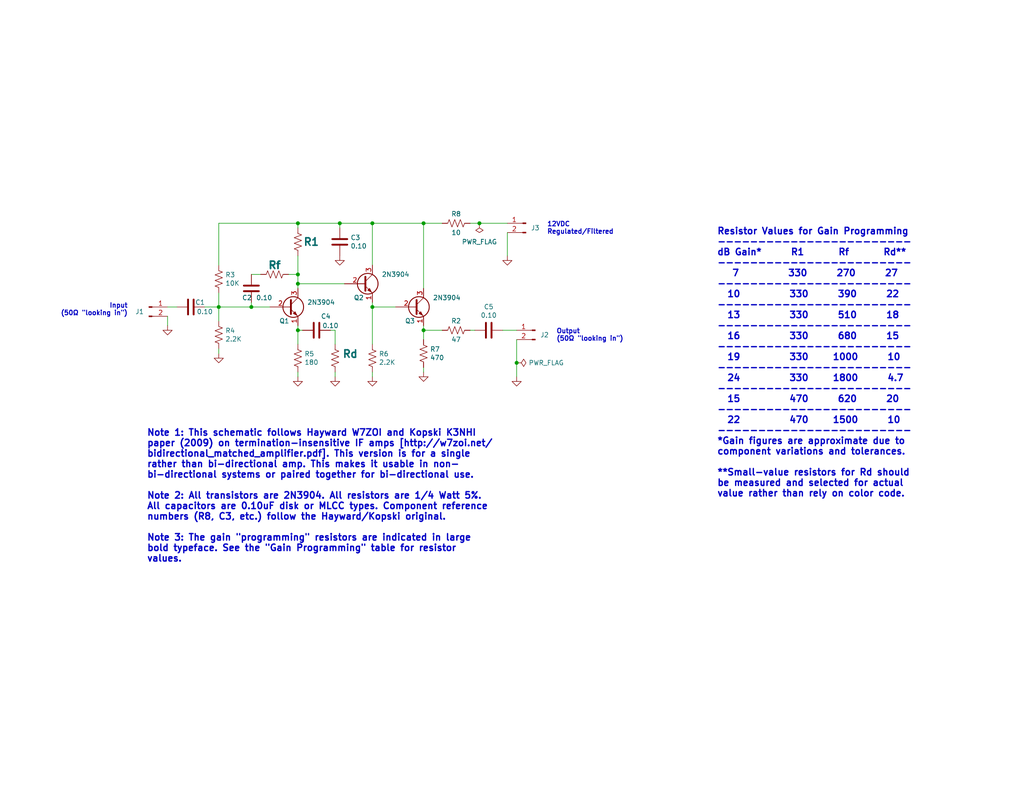
<source format=kicad_sch>
(kicad_sch (version 20211123) (generator eeschema)
  (paper "USLetter")
  (title_block (title "PG-TIA Programable Termination Insensitive\\n                 IF Amplifier") (date "2022-03-30") (rev "B"))
  (lib_symbols
    (symbol "Connector:Conn_01x02_Male" (pin_names (offset 1.016) hide)
      (property "Reference" "J" (at 0 2.54 0))
      (property "Value" "Conn_01x02_Male" (at 0 -5.08 0))
      (symbol "Conn_01x02_Male_1_1"
        (polyline (pts (xy 1.27 -2.54) (xy 0.8636 -2.54)) (stroke (width 0.1524)))
        (polyline (pts (xy 1.27 0) (xy 0.8636 0)) (stroke (width 0.1524)))
        (rectangle (start 0.8636 -2.413) (end 0 -2.667) (stroke (width 0.1524)) (fill (type outline)))
        (rectangle (start 0.8636 0.127) (end 0 -0.127) (stroke (width 0.1524)) (fill (type outline)))
        (pin passive line (at 5.08 0 180) (length 3.81) (name "Pin_1") (number "1"))
        (pin passive line (at 5.08 -2.54 180) (length 3.81) (name "Pin_2") (number "2"))
      )
    )
    (symbol "Device:C" (pin_numbers hide) (pin_names (offset 0.254))
      (property "Reference" "C" (at 0.635 2.54 0))
      (property "Value" "C" (at 0.635 -2.54 0))
      (symbol "C_0_1"
        (polyline (pts (xy -2.032 -0.762) (xy 2.032 -0.762)) (stroke (width 0.508)))
        (polyline (pts (xy -2.032 0.762) (xy 2.032 0.762)) (stroke (width 0.508)))
      )
      (symbol "C_1_1"
        (pin passive line (at 0 3.81 270) (length 2.794) (name "~") (number "1"))
        (pin passive line (at 0 -3.81 90) (length 2.794) (name "~") (number "2"))
      )
    )
    (symbol "Device:R_US" (pin_numbers hide) (pin_names (offset 0))
      (property "Reference" "R" (at 2.54 0 90))
      (property "Value" "R_US" (at -2.54 0 90))
      (symbol "R_US_0_1"
        (polyline (pts (xy 0 -2.286) (xy 0 -2.54)))
        (polyline (pts (xy 0 2.286) (xy 0 2.54)))
        (polyline (pts (xy 0 -0.762) (xy 1.016 -1.143) (xy 0 -1.524) (xy -1.016 -1.905) (xy 0 -2.286)))
        (polyline (pts (xy 0 0.762) (xy 1.016 0.381) (xy 0 0) (xy -1.016 -0.381) (xy 0 -0.762)))
        (polyline (pts (xy 0 2.286) (xy 1.016 1.905) (xy 0 1.524) (xy -1.016 1.143) (xy 0 0.762)))
      )
      (symbol "R_US_1_1"
        (pin passive line (at 0 3.81 270) (length 1.27) (name "~") (number "1"))
        (pin passive line (at 0 -3.81 90) (length 1.27) (name "~") (number "2"))
      )
    )
    (symbol "Transistor_BJT:2N3904" (pin_names (offset 0) hide)
      (property "Reference" "Q" (at 5.08 1.905 0))
      (property "Value" "2N3904" (at 5.08 0 0))
      (symbol "2N3904_0_1"
        (polyline (pts (xy 0.635 0.635) (xy 2.54 2.54)))
        (polyline (pts (xy 0.635 -0.635) (xy 2.54 -2.54) (xy 2.54 -2.54)))
        (polyline (pts (xy 0.635 1.905) (xy 0.635 -1.905) (xy 0.635 -1.905)) (stroke (width 0.508)))
        (polyline (pts (xy 1.27 -1.778) (xy 1.778 -1.27) (xy 2.286 -2.286) (xy 1.27 -1.778) (xy 1.27 -1.778)) (fill (type outline)))
        (circle (center 1.27 0) (radius 2.8194) (stroke (width 0.254)))
      )
      (symbol "2N3904_1_1"
        (pin passive line (at 2.54 -5.08 90) (length 2.54) (name "E") (number "1"))
        (pin passive line (at -5.08 0 0) (length 5.715) (name "B") (number "2"))
        (pin passive line (at 2.54 5.08 270) (length 2.54) (name "C") (number "3"))
      )
    )
    (symbol "power:GND" (power) (pin_names (offset 0))
      (property "Value" "GND" (at 0 -3.81 0))
      (symbol "GND_0_1"
        (polyline (pts (xy 0 0) (xy 0 -1.27) (xy 1.27 -1.27) (xy 0 -2.54) (xy -1.27 -1.27) (xy 0 -1.27)))
      )
      (symbol "GND_1_1"
        (pin power_in line (at 0 0 270) (length 0) hide (name "GND") (number "1"))
      )
    )
    (symbol "power:PWR_FLAG" (power) (pin_numbers hide) (pin_names (offset 0) hide)
      (property "Value" "PWR_FLAG" (at 0 3.81 0))
      (symbol "PWR_FLAG_0_0"
        (pin power_out line (at 0 0 90) (length 0) (name "pwr") (number "1"))
      )
      (symbol "PWR_FLAG_0_1"
        (polyline (pts (xy 0 0) (xy 0 1.27) (xy -1.016 1.905) (xy 0 2.54) (xy 1.016 1.905) (xy 0 1.27)))
      )
    )
  )
  (junction (at 68.58 83.82))
  (junction (at 81.28 60.96))
  (junction (at 115.57 90.17))
  (junction (at 92.71 60.96))
  (junction (at 81.28 90.17))
  (junction (at 115.57 60.96))
  (junction (at 140.97 99.06))
  (junction (at 101.6 60.96))
  (junction (at 81.28 74.93))
  (junction (at 59.69 83.82))
  (junction (at 130.81 60.96))
  (junction (at 81.28 77.47))
  (junction (at 101.6 83.82))
  (wire (pts (xy 81.28 60.96) (xy 59.69 60.96)))
  (wire (pts (xy 115.57 88.9) (xy 115.57 90.17)))
  (wire (pts (xy 115.57 78.74) (xy 115.57 60.96)))
  (wire (pts (xy 101.6 101.6) (xy 101.6 102.87)))
  (wire (pts (xy 137.16 90.17) (xy 140.97 90.17)))
  (wire (pts (xy 81.28 77.47) (xy 81.28 78.74)))
  (wire (pts (xy 115.57 100.33) (xy 115.57 101.6)))
  (wire (pts (xy 59.69 60.96) (xy 59.69 72.39)))
  (wire (pts (xy 73.66 83.82) (xy 68.58 83.82)))
  (wire (pts (xy 91.44 101.6) (xy 91.44 102.87)))
  (wire (pts (xy 138.43 63.5) (xy 138.43 69.85)))
  (wire (pts (xy 59.69 95.25) (xy 59.69 96.52)))
  (wire (pts (xy 129.54 90.17) (xy 128.27 90.17)))
  (wire (pts (xy 107.95 83.82) (xy 101.6 83.82)))
  (wire (pts (xy 81.28 90.17) (xy 81.28 93.98)))
  (wire (pts (xy 130.81 60.96) (xy 138.43 60.96)))
  (wire (pts (xy 101.6 60.96) (xy 92.71 60.96)))
  (wire (pts (xy 90.17 90.17) (xy 91.44 90.17)))
  (wire (pts (xy 101.6 60.96) (xy 115.57 60.96)))
  (wire (pts (xy 93.98 77.47) (xy 81.28 77.47)))
  (wire (pts (xy 91.44 90.17) (xy 91.44 93.98)))
  (wire (pts (xy 101.6 72.39) (xy 101.6 60.96)))
  (wire (pts (xy 101.6 82.55) (xy 101.6 83.82)))
  (wire (pts (xy 82.55 90.17) (xy 81.28 90.17)))
  (wire (pts (xy 45.72 86.36) (xy 45.72 88.9)))
  (wire (pts (xy 81.28 101.6) (xy 81.28 102.87)))
  (wire (pts (xy 120.65 60.96) (xy 115.57 60.96)))
  (wire (pts (xy 92.71 60.96) (xy 81.28 60.96)))
  (wire (pts (xy 59.69 80.01) (xy 59.69 83.82)))
  (wire (pts (xy 81.28 88.9) (xy 81.28 90.17)))
  (wire (pts (xy 59.69 83.82) (xy 59.69 87.63)))
  (wire (pts (xy 81.28 62.23) (xy 81.28 60.96)))
  (wire (pts (xy 48.26 83.82) (xy 45.72 83.82)))
  (wire (pts (xy 101.6 83.82) (xy 101.6 93.98)))
  (wire (pts (xy 68.58 82.55) (xy 68.58 83.82)))
  (wire (pts (xy 81.28 74.93) (xy 81.28 77.47)))
  (wire (pts (xy 140.97 92.71) (xy 140.97 99.06)))
  (wire (pts (xy 115.57 90.17) (xy 115.57 92.71)))
  (wire (pts (xy 71.12 74.93) (xy 68.58 74.93)))
  (wire (pts (xy 128.27 60.96) (xy 130.81 60.96)))
  (wire (pts (xy 92.71 62.23) (xy 92.71 60.96)))
  (wire (pts (xy 78.74 74.93) (xy 81.28 74.93)))
  (wire (pts (xy 59.69 83.82) (xy 55.88 83.82)))
  (wire (pts (xy 59.69 83.82) (xy 68.58 83.82)))
  (wire (pts (xy 140.97 99.06) (xy 140.97 102.87)))
  (wire (pts (xy 81.28 69.85) (xy 81.28 74.93)))
  (wire (pts (xy 120.65 90.17) (xy 115.57 90.17)))
  (text "Note 1: This schematic follows Hayward W7ZOI and Kopski K3NHI\npaper (2009) on termination-insensitive IF amps [http://w7zoi.net/\nbidirectional_matched_amplifier.pdf]. This version is for a single\nrather than bi-directional amp. This makes it usable in non-\nbi-directional systems or paired together for bi-directional use.\n\nNote 2: All transistors are 2N3904. All resistors are 1/4 Watt 5%.\nAll capacitors are 0.10uF disk or MLCC types. Component reference\nnumbers (R8, C3, etc.) follow the Hayward/Kopski original.\n\nNote 3: The gain \"programming\" resistors are indicated in large\nbold typeface. See the \"Gain Programming\" table for resistor \nvalues." (at 40.005 153.67 0) (effects (font (size 1.778 1.778) (thickness 0.3556) bold) (justify left bottom)))
  (text "Output\n(50Ω \"looking in\")" (at 151.765 93.345 0) (effects (font (size 1.27 1.27) (thickness 0.254) bold) (justify left bottom)))
  (text "Resistor Values for Gain Programming\n------------------------\ndB Gain*      R1       Rf       Rd**\n------------------------\n   7          330      270      27\n------------------------\n  10          330      390      22\n------------------------\n  13          330      510      18\n------------------------\n  16          330      680      15\n------------------------\n  19          330     1000      10\n------------------------ \n  24          330     1800      4.7\n------------------------ \n  15          470      620      20\n------------------------\n  22          470     1500      10\n------------------------\n*Gain figures are approximate due to\ncomponent variations and tolerances.\n\n**Small-value resistors for Rd should\nbe measured and selected for actual\nvalue rather than rely on color code." (at 195.58 135.89 0) (effects (font (size 1.778 1.778) (thickness 0.3556) bold) (justify left bottom)))
  (text "Input\n(50Ω \"looking in\")" (at 34.925 86.36 180) (effects (font (size 1.27 1.27) (thickness 0.254) bold) (justify right bottom)))
  (text "12VDC\nRegulated/Filtered" (at 149.225 64.135 0) (effects (font (size 1.27 1.27) (thickness 0.254) bold) (justify left bottom)))
  (symbol (lib_id "Transistor_BJT:2N3904") (at 78.74 83.82 0) (unit 1)
    (property "Reference" "Q1" (at 76.2 87.63 0) (effects (justify left)))
    (property "Value" "2N3904" (at 83.82 82.55 0) (effects (justify left)))
    (property "Footprint" "Package_TO_SOT_THT:TO-92" (effects hide))
    (property "Datasheet" "https://www.fairchildsemi.com/datasheets/2N/2N3904.pdf" (effects hide))
  )
  (symbol (lib_id "Transistor_BJT:2N3904") (at 99.06 77.47 0) (unit 1)
    (property "Reference" "Q2" (at 96.52 81.28 0) (effects (justify left)))
    (property "Value" "2N3904" (at 104.14 74.93 0) (effects (justify left)))
    (property "Footprint" "Package_TO_SOT_THT:TO-92" (effects hide))
    (property "Datasheet" "https://www.fairchildsemi.com/datasheets/2N/2N3904.pdf" (effects hide))
  )
  (symbol (lib_id "Transistor_BJT:2N3904") (at 113.03 83.82 0) (unit 1)
    (property "Reference" "Q3" (at 110.49 87.63 0) (effects (justify left)))
    (property "Value" "2N3904" (at 118.11 81.28 0) (effects (justify left)))
    (property "Footprint" "Package_TO_SOT_THT:TO-92" (effects hide))
    (property "Datasheet" "https://www.fairchildsemi.com/datasheets/2N/2N3904.pdf" (effects hide))
  )
  (symbol (lib_id "Device:R_US") (at 81.28 66.04 0) (unit 1)
    (property "Reference" "R1" (at 82.55 66.04 0) (effects (font (size 2.032 2.032) bold) (justify left)))
    (property "Value" "330" (effects hide))
    (property "Footprint" "Resistor_THT:R_Axial_DIN0204_L3.6mm_D1.6mm_P2.54mm_Vertical" (effects hide))
  )
  (symbol (lib_id "Device:R_US") (at 81.28 97.79 0) (unit 1)
    (property "Reference" "R5" (at 83.058 96.6216 0) (effects (justify left)))
    (property "Value" "180" (at 83.058 98.933 0) (effects (justify left)))
    (property "Footprint" "Resistor_THT:R_Axial_DIN0204_L3.6mm_D1.6mm_P2.54mm_Vertical" (effects hide))
  )
  (symbol (lib_id "Device:R_US") (at 91.44 97.79 0) (unit 1)
    (property "Reference" "Rd" (at 93.218 96.6216 0) (effects (font (size 2.032 2.032) bold) (justify left)))
    (property "Value" "15" (effects hide))
    (property "Footprint" "Resistor_THT:R_Axial_DIN0204_L3.6mm_D1.6mm_P2.54mm_Vertical" (effects hide))
  )
  (symbol (lib_id "Device:R_US") (at 59.69 76.2 0) (unit 1)
    (property "Reference" "R3" (at 61.468 75.0316 0) (effects (justify left)))
    (property "Value" "10K" (at 61.468 77.343 0) (effects (justify left)))
    (property "Footprint" "Resistor_THT:R_Axial_DIN0204_L3.6mm_D1.6mm_P2.54mm_Vertical" (effects hide))
  )
  (symbol (lib_id "Device:R_US") (at 59.69 91.44 0) (unit 1)
    (property "Reference" "R4" (at 61.468 90.2716 0) (effects (justify left)))
    (property "Value" "2.2K" (at 61.468 92.583 0) (effects (justify left)))
    (property "Footprint" "Resistor_THT:R_Axial_DIN0204_L3.6mm_D1.6mm_P2.54mm_Vertical" (effects hide))
  )
  (symbol (lib_id "Device:R_US") (at 74.93 74.93 270) (unit 1)
    (property "Reference" "Rf" (at 74.93 72.39 90) (effects (font (size 2.032 2.032) bold)))
    (property "Value" "680" (effects hide))
    (property "Footprint" "Resistor_THT:R_Axial_DIN0204_L3.6mm_D1.6mm_P2.54mm_Vertical" (effects hide))
  )
  (symbol (lib_id "Device:R_US") (at 101.6 97.79 0) (unit 1)
    (property "Reference" "R6" (at 103.378 96.6216 0) (effects (justify left)))
    (property "Value" "2.2K" (at 103.378 98.933 0) (effects (justify left)))
    (property "Footprint" "Resistor_THT:R_Axial_DIN0204_L3.6mm_D1.6mm_P2.54mm_Vertical" (effects hide))
  )
  (symbol (lib_id "Device:R_US") (at 115.57 96.52 0) (unit 1)
    (property "Reference" "R7" (at 117.348 95.3516 0) (effects (justify left)))
    (property "Value" "470" (at 117.348 97.663 0) (effects (justify left)))
    (property "Footprint" "Resistor_THT:R_Axial_DIN0204_L3.6mm_D1.6mm_P2.54mm_Vertical" (effects hide))
  )
  (symbol (lib_id "Device:R_US") (at 124.46 90.17 270) (unit 1)
    (property "Reference" "R2" (at 124.46 87.63 90))
    (property "Value" "47" (at 124.46 92.71 90))
    (property "Footprint" "Resistor_THT:R_Axial_DIN0204_L3.6mm_D1.6mm_P2.54mm_Vertical" (effects hide))
  )
  (symbol (lib_id "Device:R_US") (at 124.46 60.96 270) (unit 1)
    (property "Reference" "R8" (at 124.46 58.42 90))
    (property "Value" "10" (at 124.46 63.5 90))
    (property "Footprint" "Resistor_THT:R_Axial_DIN0204_L3.6mm_D1.6mm_P2.54mm_Vertical" (effects hide))
  )
  (symbol (lib_id "Device:C") (at 133.35 90.17 270) (unit 1)
    (property "Reference" "C5" (at 133.35 83.7692 90))
    (property "Value" "0.10" (at 133.35 86.0806 90))
    (property "Footprint" "Capacitor_THT:C_Disc_D3.0mm_W1.6mm_P2.50mm" (effects hide))
  )
  (symbol (lib_id "Device:C") (at 92.71 66.04 180) (unit 1)
    (property "Reference" "C3" (at 95.631 64.8716 0) (effects (justify right)))
    (property "Value" "0.10" (at 95.631 67.183 0) (effects (justify right)))
    (property "Footprint" "Capacitor_THT:C_Disc_D3.0mm_W1.6mm_P2.50mm" (effects hide))
  )
  (symbol (lib_id "Device:C") (at 86.36 90.17 270) (unit 1)
    (property "Reference" "C4" (at 88.9 86.36 90))
    (property "Value" "0.10" (at 90.17 88.9 90))
    (property "Footprint" "Capacitor_THT:C_Disc_D3.0mm_W1.6mm_P2.50mm" (effects hide))
  )
  (symbol (lib_id "Device:C") (at 52.07 83.82 270) (unit 1)
    (property "Reference" "C1" (at 54.61 82.55 90))
    (property "Value" "0.10" (at 55.88 85.09 90))
    (property "Footprint" "Capacitor_THT:C_Disc_D3.0mm_W1.6mm_P2.50mm" (effects hide))
  )
  (symbol (lib_id "Device:C") (at 68.58 78.74 180) (unit 1)
    (property "Reference" "C2" (at 66.04 81.28 0) (effects (justify right)))
    (property "Value" "0.10" (at 69.85 81.28 0) (effects (justify right)))
    (property "Footprint" "Capacitor_THT:C_Disc_D3.0mm_W1.6mm_P2.50mm" (effects hide))
  )
  (symbol (lib_id "power:GND") (at 81.28 102.87 0) (unit 1)
    (property "Reference" "#PWR0101" (effects hide))
    (property "Value" "GND" (effects hide))
  )
  (symbol (lib_id "power:GND") (at 91.44 102.87 0) (unit 1)
    (property "Reference" "#PWR0102" (effects hide))
    (property "Value" "GND" (effects hide))
  )
  (symbol (lib_id "power:GND") (at 59.69 96.52 0) (unit 1)
    (property "Reference" "#PWR0103" (effects hide))
    (property "Value" "GND" (effects hide))
  )
  (symbol (lib_id "power:GND") (at 101.6 102.87 0) (unit 1)
    (property "Reference" "#PWR0104" (effects hide))
    (property "Value" "GND" (effects hide))
  )
  (symbol (lib_id "power:GND") (at 115.57 101.6 0) (unit 1)
    (property "Reference" "#PWR0105" (effects hide))
    (property "Value" "GND" (effects hide))
  )
  (symbol (lib_id "power:GND") (at 92.71 69.85 0) (unit 1)
    (property "Reference" "#PWR0106" (effects hide))
    (property "Value" "GND" (effects hide))
  )
  (symbol (lib_id "Connector:Conn_01x02_Male") (at 143.51 60.96 0) (mirror y) (unit 1)
    (property "Reference" "J3" (at 146.05 62.23 0))
    (property "Value" "Conn_01x02_Male" (effects hide))
    (property "Footprint" "Connector_Molex:Molex_KK-254_AE-6410-02A_1x02_P2.54mm_Vertical" (effects hide))
  )
  (symbol (lib_id "power:GND") (at 138.43 69.85 0) (unit 1)
    (property "Reference" "#PWR0108" (effects hide))
    (property "Value" "GND" (effects hide))
  )
  (symbol (lib_id "power:PWR_FLAG") (at 130.81 60.96 180) (unit 1)
    (property "Reference" "#FLG0101" (effects hide))
    (property "Value" "PWR_FLAG" (at 130.81 66.04 0))
  )
  (symbol (lib_id "power:PWR_FLAG") (at 140.97 99.06 270) (unit 1)
    (property "Reference" "#FLG0102" (effects hide))
    (property "Value" "PWR_FLAG" (at 144.2212 99.06 90) (effects (justify left)))
  )
  (symbol (lib_id "Connector:Conn_01x02_Male") (at 146.05 90.17 0) (mirror y) (unit 1)
    (property "Reference" "J2" (at 148.59 91.44 0))
    (property "Value" "Conn_01x02_Male" (effects hide))
    (property "Footprint" "Connector_Coaxial:SMA_Molex_73251-1153_EdgeMount_Horizontal" (effects hide))
  )
  (symbol (lib_id "Connector:Conn_01x02_Male") (at 40.64 83.82 0) (unit 1)
    (property "Reference" "J1" (at 38.1 85.09 0))
    (property "Value" "Conn_01x02_Male" (effects hide))
    (property "Footprint" "Connector_Coaxial:SMA_Molex_73251-1153_EdgeMount_Horizontal" (effects hide))
  )
  (symbol (lib_id "power:GND") (at 140.97 102.87 0) (unit 1)
    (property "Reference" "#PWR0109" (effects hide))
    (property "Value" "GND" (effects hide))
  )
  (symbol (lib_id "power:GND") (at 45.72 88.9 0) (unit 1)
    (property "Reference" "#PWR0110" (effects hide))
    (property "Value" "GND" (effects hide))
  )
)
</source>
